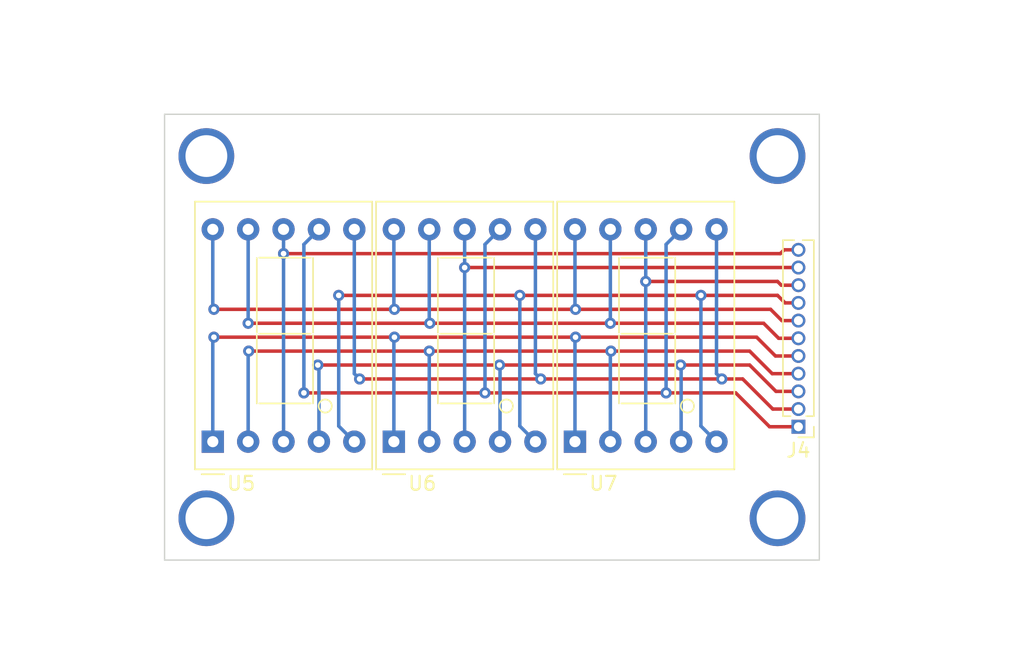
<source format=kicad_pcb>
(kicad_pcb (version 20211014) (generator pcbnew)
  (layers (0 "F.Cu" signal) (31 "B.Cu" signal) (34 "B.Paste" user) (35 "F.Paste" user) (36 "B.SilkS" user "B.Silkscreen") (37 "F.SilkS" user "F.Silkscreen") (38 "B.Mask" user) (39 "F.Mask" user) (44 "Edge.Cuts" user))
  (net 0 "")
  (net 1 "/A")
  (net 2 "/B")
  (net 3 "/C")
  (net 4 "/D")
  (net 5 "/E")
  (net 6 "/F")
  (net 7 "/G")
  (net 8 "/H")
  (net 9 "/Digit1")
  (net 10 "/Digit2")
  (net 11 "/Digit3")
  (footprint "Display_7Segment:D1X8K" (layer "F.Cu") (at 115.96 111.5 90)
    (fp_text reference "U5" (at -3 2.04 180) (layer "F.SilkS"))
    (fp_text value "D148K")
    (fp_line (start 17.23 -1.28) (end 17.23 11.44) (layer "F.SilkS") (width 0.12))
    (fp_line (start 13.1832 3.1594) (end 7.8238 3.1594) (layer "F.SilkS") (width 0.12))
    (fp_line (start 13.2086 3.3372) (end 13.2086 7.0202) (layer "F.SilkS") (width 0.12))
    (fp_line (start -1.99 -1.28) (end -1.99 11.44) (layer "F.SilkS") (width 0.12))
    (fp_line (start 13.1832 7.198) (end 7.8238 7.198) (layer "F.SilkS") (width 0.12))
    (fp_line (start 2.7438 3.3372) (end 2.7438 7.0202) (layer "F.SilkS") (width 0.12))
    (fp_line (start 7.646 7.198) (end 2.7438 7.198) (layer "F.SilkS") (width 0.12))
    (fp_line (start 17.23 -1.28) (end -1.99 -1.28) (layer "F.SilkS") (width 0.12))
    (fp_line (start -2.34 -0.8) (end -2.34 0.81) (layer "F.SilkS") (width 0.12))
    (fp_line (start 17.23 11.44) (end -1.99 11.44) (layer "F.SilkS") (width 0.12))
    (fp_line (start 7.7476 3.3372) (end 7.7476 7.0202) (layer "F.SilkS") (width 0.12))
    (fp_line (start 7.646 3.1594) (end 2.7438 3.1594) (layer "F.SilkS") (width 0.12))
    (fp_circle (center 2.557533 8.07) (end 2.836933 7.689) (layer "F.SilkS") (width 0.12) (fill none))
    (pad "1" thru_hole rect (at 0 0) (size 1.6 1.6) (drill 0.8) (layers *.Cu *.Mask) (net 5 "/E"))
    (pad "2" thru_hole circle (at 0 2.54) (size 1.6 1.6) (drill 0.8) (layers *.Cu *.Mask) (net 4 "/D"))
    (pad "3" thru_hole circle (at 0 5.08) (size 1.6 1.6) (drill 0.8) (layers *.Cu *.Mask) (net 9 "/Digit1"))
    (pad "4" thru_hole circle (at 0 7.62) (size 1.6 1.6) (drill 0.8) (layers *.Cu *.Mask) (net 3 "/C"))
    (pad "5" thru_hole circle (at 0 10.16) (size 1.6 1.6) (drill 0.8) (layers *.Cu *.Mask) (net 8 "/H"))
    (pad "6" thru_hole circle (at 15.24 10.16) (size 1.6 1.6) (drill 0.8) (layers *.Cu *.Mask) (net 2 "/B"))
    (pad "7" thru_hole circle (at 15.24 7.62) (size 1.6 1.6) (drill 0.8) (layers *.Cu *.Mask) (net 1 "/A"))
    (pad "8" thru_hole circle (at 15.24 5.08) (size 1.6 1.6) (drill 0.8) (layers *.Cu *.Mask) (net 9 "/Digit1"))
    (pad "9" thru_hole circle (at 15.24 2.54) (size 1.6 1.6) (drill 0.8) (layers *.Cu *.Mask) (net 6 "/F"))
    (pad "10" thru_hole circle (at 15.24 0) (size 1.6 1.6) (drill 0.8) (layers *.Cu *.Mask) (net 7 "/G"))
  )
  (footprint "Display_7Segment:D1X8K" (layer "F.Cu") (at 141.96 111.5 90)
    (fp_text reference "U7" (at -3 2.04 180) (layer "F.SilkS"))
    (fp_text value "D148K")
    (fp_line (start 17.23 11.44) (end -1.99 11.44) (layer "F.SilkS") (width 0.12))
    (fp_line (start 17.23 -1.28) (end -1.99 -1.28) (layer "F.SilkS") (width 0.12))
    (fp_line (start 2.7438 3.3372) (end 2.7438 7.0202) (layer "F.SilkS") (width 0.12))
    (fp_line (start 13.1832 7.198) (end 7.8238 7.198) (layer "F.SilkS") (width 0.12))
    (fp_line (start 7.7476 3.3372) (end 7.7476 7.0202) (layer "F.SilkS") (width 0.12))
    (fp_line (start 13.1832 3.1594) (end 7.8238 3.1594) (layer "F.SilkS") (width 0.12))
    (fp_line (start -1.99 -1.28) (end -1.99 11.44) (layer "F.SilkS") (width 0.12))
    (fp_line (start 13.2086 3.3372) (end 13.2086 7.0202) (layer "F.SilkS") (width 0.12))
    (fp_line (start 17.23 -1.28) (end 17.23 11.44) (layer "F.SilkS") (width 0.12))
    (fp_line (start 7.646 3.1594) (end 2.7438 3.1594) (layer "F.SilkS") (width 0.12))
    (fp_line (start -2.34 -0.8) (end -2.34 0.81) (layer "F.SilkS") (width 0.12))
    (fp_line (start 7.646 7.198) (end 2.7438 7.198) (layer "F.SilkS") (width 0.12))
    (fp_circle (center 2.557533 8.07) (end 2.836933 7.689) (layer "F.SilkS") (width 0.12) (fill none))
    (pad "1" thru_hole rect (at 0 0) (size 1.6 1.6) (drill 0.8) (layers *.Cu *.Mask) (net 5 "/E"))
    (pad "2" thru_hole circle (at 0 2.54) (size 1.6 1.6) (drill 0.8) (layers *.Cu *.Mask) (net 4 "/D"))
    (pad "3" thru_hole circle (at 0 5.08) (size 1.6 1.6) (drill 0.8) (layers *.Cu *.Mask) (net 11 "/Digit3"))
    (pad "4" thru_hole circle (at 0 7.62) (size 1.6 1.6) (drill 0.8) (layers *.Cu *.Mask) (net 3 "/C"))
    (pad "5" thru_hole circle (at 0 10.16) (size 1.6 1.6) (drill 0.8) (layers *.Cu *.Mask) (net 8 "/H"))
    (pad "6" thru_hole circle (at 15.24 10.16) (size 1.6 1.6) (drill 0.8) (layers *.Cu *.Mask) (net 2 "/B"))
    (pad "7" thru_hole circle (at 15.24 7.62) (size 1.6 1.6) (drill 0.8) (layers *.Cu *.Mask) (net 1 "/A"))
    (pad "8" thru_hole circle (at 15.24 5.08) (size 1.6 1.6) (drill 0.8) (layers *.Cu *.Mask) (net 11 "/Digit3"))
    (pad "9" thru_hole circle (at 15.24 2.54) (size 1.6 1.6) (drill 0.8) (layers *.Cu *.Mask) (net 6 "/F"))
    (pad "10" thru_hole circle (at 15.24 0) (size 1.6 1.6) (drill 0.8) (layers *.Cu *.Mask) (net 7 "/G"))
  )
  (footprint "Connector_PinHeader_1.27mm:PinHeader_1x11_P1.27mm_Vertical" (layer "F.Cu") (at 158 110.43 180)
    (fp_text reference "J4" (at 0 -1.695) (layer "F.SilkS"))
    (fp_text value "Conn_01x11_Female")
    (fp_line (start -1.11 0.76) (end -0.563471 0.76) (layer "F.SilkS") (width 0.12))
    (fp_line (start 0.563471 0.76) (end 1.11 0.76) (layer "F.SilkS") (width 0.12))
    (fp_line (start -1.11 0.76) (end -1.11 13.395) (layer "F.SilkS") (width 0.12))
    (fp_line (start -1.11 13.395) (end -0.30753 13.395) (layer "F.SilkS") (width 0.12))
    (fp_line (start 0.30753 13.395) (end 1.11 13.395) (layer "F.SilkS") (width 0.12))
    (fp_line (start -1.11 -0.76) (end 0 -0.76) (layer "F.SilkS") (width 0.12))
    (fp_line (start -1.11 0) (end -1.11 -0.76) (layer "F.SilkS") (width 0.12))
    (fp_line (start 1.11 0.76) (end 1.11 13.395) (layer "F.SilkS") (width 0.12))
    (pad "1" thru_hole rect (at 0 0 180) (size 1 1) (drill 0.65) (layers *.Cu *.Mask) (net 1 "/A"))
    (pad "2" thru_hole oval (at 0 1.27 180) (size 1 1) (drill 0.65) (layers *.Cu *.Mask) (net 2 "/B"))
    (pad "3" thru_hole oval (at 0 2.54 180) (size 1 1) (drill 0.65) (layers *.Cu *.Mask) (net 3 "/C"))
    (pad "4" thru_hole oval (at 0 3.81 180) (size 1 1) (drill 0.65) (layers *.Cu *.Mask) (net 4 "/D"))
    (pad "5" thru_hole oval (at 0 5.08 180) (size 1 1) (drill 0.65) (layers *.Cu *.Mask) (net 5 "/E"))
    (pad "6" thru_hole oval (at 0 6.35 180) (size 1 1) (drill 0.65) (layers *.Cu *.Mask) (net 6 "/F"))
    (pad "7" thru_hole oval (at 0 7.62 180) (size 1 1) (drill 0.65) (layers *.Cu *.Mask) (net 7 "/G"))
    (pad "8" thru_hole oval (at 0 8.89 180) (size 1 1) (drill 0.65) (layers *.Cu *.Mask) (net 8 "/H"))
    (pad "9" thru_hole oval (at 0 10.16 180) (size 1 1) (drill 0.65) (layers *.Cu *.Mask) (net 11 "/Digit3"))
    (pad "10" thru_hole oval (at 0 11.43 180) (size 1 1) (drill 0.65) (layers *.Cu *.Mask) (net 10 "/Digit2"))
    (pad "11" thru_hole oval (at 0 12.7 180) (size 1 1) (drill 0.65) (layers *.Cu *.Mask) (net 9 "/Digit1"))
  )
  (footprint "Display_7Segment:D1X8K" (layer "F.Cu") (at 128.96 111.5 90)
    (fp_text reference "U6" (at -3 2.04 180) (layer "F.SilkS"))
    (fp_text value "D148K")
    (fp_line (start 13.1832 7.198) (end 7.8238 7.198) (layer "F.SilkS") (width 0.12))
    (fp_line (start 2.7438 3.3372) (end 2.7438 7.0202) (layer "F.SilkS") (width 0.12))
    (fp_line (start 13.1832 3.1594) (end 7.8238 3.1594) (layer "F.SilkS") (width 0.12))
    (fp_line (start -2.34 -0.8) (end -2.34 0.81) (layer "F.SilkS") (width 0.12))
    (fp_line (start 7.7476 3.3372) (end 7.7476 7.0202) (layer "F.SilkS") (width 0.12))
    (fp_line (start 17.23 -1.28) (end -1.99 -1.28) (layer "F.SilkS") (width 0.12))
    (fp_line (start 17.23 -1.28) (end 17.23 11.44) (layer "F.SilkS") (width 0.12))
    (fp_line (start -1.99 -1.28) (end -1.99 11.44) (layer "F.SilkS") (width 0.12))
    (fp_line (start 13.2086 3.3372) (end 13.2086 7.0202) (layer "F.SilkS") (width 0.12))
    (fp_line (start 17.23 11.44) (end -1.99 11.44) (layer "F.SilkS") (width 0.12))
    (fp_line (start 7.646 3.1594) (end 2.7438 3.1594) (layer "F.SilkS") (width 0.12))
    (fp_line (start 7.646 7.198) (end 2.7438 7.198) (layer "F.SilkS") (width 0.12))
    (fp_circle (center 2.557533 8.07) (end 2.836933 7.689) (layer "F.SilkS") (width 0.12) (fill none))
    (pad "1" thru_hole rect (at 0 0) (size 1.6 1.6) (drill 0.8) (layers *.Cu *.Mask) (net 5 "/E"))
    (pad "2" thru_hole circle (at 0 2.54) (size 1.6 1.6) (drill 0.8) (layers *.Cu *.Mask) (net 4 "/D"))
    (pad "3" thru_hole circle (at 0 5.08) (size 1.6 1.6) (drill 0.8) (layers *.Cu *.Mask) (net 10 "/Digit2"))
    (pad "4" thru_hole circle (at 0 7.62) (size 1.6 1.6) (drill 0.8) (layers *.Cu *.Mask) (net 3 "/C"))
    (pad "5" thru_hole circle (at 0 10.16) (size 1.6 1.6) (drill 0.8) (layers *.Cu *.Mask) (net 8 "/H"))
    (pad "6" thru_hole circle (at 15.24 10.16) (size 1.6 1.6) (drill 0.8) (layers *.Cu *.Mask) (net 2 "/B"))
    (pad "7" thru_hole circle (at 15.24 7.62) (size 1.6 1.6) (drill 0.8) (layers *.Cu *.Mask) (net 1 "/A"))
    (pad "8" thru_hole circle (at 15.24 5.08) (size 1.6 1.6) (drill 0.8) (layers *.Cu *.Mask) (net 10 "/Digit2"))
    (pad "9" thru_hole circle (at 15.24 2.54) (size 1.6 1.6) (drill 0.8) (layers *.Cu *.Mask) (net 6 "/F"))
    (pad "10" thru_hole circle (at 15.24 0) (size 1.6 1.6) (drill 0.8) (layers *.Cu *.Mask) (net 7 "/G"))
  )
  (gr_line (start 112.5 88) (end 159.5 88) (layer "Edge.Cuts") (width 0.1))
  (gr_line (start 159.5 120) (end 112.5 120) (layer "Edge.Cuts") (width 0.1))
  (gr_line (start 159.5 88) (end 159.5 120) (layer "Edge.Cuts") (width 0.1))
  (gr_line (start 112.5 120) (end 112.5 88) (layer "Edge.Cuts") (width 0.1))
  (via (at 156.5 91) (size 4) (drill 3) (layers "F.Cu" "B.Cu") (net 0))
  (via (at 115.5 91) (size 4) (drill 3) (layers "F.Cu" "B.Cu") (net 0))
  (via (at 156.5 117) (size 4) (drill 3) (layers "F.Cu" "B.Cu") (net 0))
  (via (at 115.5 117) (size 4) (drill 3) (layers "F.Cu" "B.Cu") (net 0))
  (segment (start 153.5 108) (end 155.93 110.43) (width 0.25) (layer "F.Cu") (net 1))
  (segment (start 148.5 108) (end 153.5 108) (width 0.25) (layer "F.Cu") (net 1))
  (segment (start 135.5 108) (end 122.5 108) (width 0.25) (layer "F.Cu") (net 1))
  (segment (start 155.93 110.43) (end 158 110.43) (width 0.25) (layer "F.Cu") (net 1))
  (segment (start 148.5 108) (end 135.5 108) (width 0.25) (layer "F.Cu") (net 1))
  (via (at 122.5 108) (size 0.8) (drill 0.4) (layers "F.Cu" "B.Cu") (net 1))
  (via (at 135.5 108) (size 0.8) (drill 0.4) (layers "F.Cu" "B.Cu") (net 1))
  (via (at 148.5 108) (size 0.8) (drill 0.4) (layers "F.Cu" "B.Cu") (net 1))
  (segment (start 135.5 97.34) (end 136.58 96.26) (width 0.25) (layer "B.Cu") (net 1))
  (segment (start 148.5 97.34) (end 149.58 96.26) (width 0.25) (layer "B.Cu") (net 1))
  (segment (start 135.5 108) (end 135.5 97.34) (width 0.25) (layer "B.Cu") (net 1))
  (segment (start 122.5 108) (end 122.5 97.34) (width 0.25) (layer "B.Cu") (net 1))
  (segment (start 148.5 108) (end 148.5 97.34) (width 0.25) (layer "B.Cu") (net 1))
  (segment (start 122.5 97.34) (end 123.58 96.26) (width 0.25) (layer "B.Cu") (net 1))
  (segment (start 152.5 107) (end 154 107) (width 0.25) (layer "F.Cu") (net 2))
  (segment (start 126.5 107) (end 139.5 107) (width 0.25) (layer "F.Cu") (net 2))
  (segment (start 139.5 107) (end 152.5 107) (width 0.25) (layer "F.Cu") (net 2))
  (segment (start 154 107) (end 156.16 109.16) (width 0.25) (layer "F.Cu") (net 2))
  (segment (start 156.16 109.16) (end 158 109.16) (width 0.25) (layer "F.Cu") (net 2))
  (via (at 126.5 107) (size 0.8) (drill 0.4) (layers "F.Cu" "B.Cu") (net 2))
  (via (at 139.5 107) (size 0.8) (drill 0.4) (layers "F.Cu" "B.Cu") (net 2))
  (via (at 152.5 107) (size 0.8) (drill 0.4) (layers "F.Cu" "B.Cu") (net 2))
  (segment (start 126.12 106.62) (end 126.5 107) (width 0.25) (layer "B.Cu") (net 2))
  (segment (start 152.12 96.26) (end 152.12 106.62) (width 0.25) (layer "B.Cu") (net 2))
  (segment (start 126.12 96.26) (end 126.12 106.62) (width 0.25) (layer "B.Cu") (net 2))
  (segment (start 139.12 96.26) (end 139.12 106.62) (width 0.25) (layer "B.Cu") (net 2))
  (segment (start 139.12 106.62) (end 139.5 107) (width 0.25) (layer "B.Cu") (net 2))
  (segment (start 152.12 106.62) (end 152.5 107) (width 0.25) (layer "B.Cu") (net 2))
  (segment (start 154.5 106) (end 156.39 107.89) (width 0.25) (layer "F.Cu") (net 3))
  (segment (start 149.54 106) (end 154.5 106) (width 0.25) (layer "F.Cu") (net 3))
  (segment (start 156.39 107.89) (end 158 107.89) (width 0.25) (layer "F.Cu") (net 3))
  (segment (start 136.54 106) (end 149.54 106) (width 0.25) (layer "F.Cu") (net 3))
  (segment (start 123.5 106) (end 136.54 106) (width 0.25) (layer "F.Cu") (net 3))
  (via (at 149.54 106) (size 0.8) (drill 0.4) (layers "F.Cu" "B.Cu") (net 3))
  (via (at 123.5 106) (size 0.8) (drill 0.4) (layers "F.Cu" "B.Cu") (net 3))
  (via (at 136.54 106) (size 0.8) (drill 0.4) (layers "F.Cu" "B.Cu") (net 3))
  (segment (start 123.5 106) (end 123.58 106.08) (width 0.25) (layer "B.Cu") (net 3))
  (segment (start 149.58 106.04) (end 149.58 111.5) (width 0.25) (layer "B.Cu") (net 3))
  (segment (start 136.58 106.04) (end 136.58 111.5) (width 0.25) (layer "B.Cu") (net 3))
  (segment (start 123.58 106.08) (end 123.58 111.5) (width 0.25) (layer "B.Cu") (net 3))
  (segment (start 136.54 106) (end 136.58 106.04) (width 0.25) (layer "B.Cu") (net 3))
  (segment (start 149.54 106) (end 149.58 106.04) (width 0.25) (layer "B.Cu") (net 3))
  (segment (start 156.12 106.62) (end 158 106.62) (width 0.25) (layer "F.Cu") (net 4))
  (segment (start 154.5 105) (end 156.12 106.62) (width 0.25) (layer "F.Cu") (net 4))
  (segment (start 131.5 105) (end 118.54 105) (width 0.25) (layer "F.Cu") (net 4))
  (segment (start 144.54 105) (end 131.5 105) (width 0.25) (layer "F.Cu") (net 4))
  (segment (start 144.54 105) (end 154.5 105) (width 0.25) (layer "F.Cu") (net 4))
  (via (at 118.54 105) (size 0.8) (drill 0.4) (layers "F.Cu" "B.Cu") (net 4))
  (via (at 144.54 105) (size 0.8) (drill 0.4) (layers "F.Cu" "B.Cu") (net 4))
  (via (at 131.5 105) (size 0.8) (drill 0.4) (layers "F.Cu" "B.Cu") (net 4))
  (segment (start 131.5 105) (end 131.5 111.5) (width 0.25) (layer "B.Cu") (net 4))
  (segment (start 144.54 105) (end 144.5 105.04) (width 0.25) (layer "B.Cu") (net 4))
  (segment (start 144.5 105.04) (end 144.5 111.5) (width 0.25) (layer "B.Cu") (net 4))
  (segment (start 118.54 105) (end 118.5 105.04) (width 0.25) (layer "B.Cu") (net 4))
  (segment (start 118.5 105.04) (end 118.5 111.5) (width 0.25) (layer "B.Cu") (net 4))
  (segment (start 129 104) (end 116.04 104) (width 0.25) (layer "F.Cu") (net 5))
  (segment (start 142 104) (end 155 104) (width 0.25) (layer "F.Cu") (net 5))
  (segment (start 129 104) (end 142 104) (width 0.25) (layer "F.Cu") (net 5))
  (segment (start 155 104) (end 156.35 105.35) (width 0.25) (layer "F.Cu") (net 5))
  (segment (start 156.35 105.35) (end 158 105.35) (width 0.25) (layer "F.Cu") (net 5))
  (via (at 142 104) (size 0.8) (drill 0.4) (layers "F.Cu" "B.Cu") (net 5))
  (via (at 116.04 104) (size 0.8) (drill 0.4) (layers "F.Cu" "B.Cu") (net 5))
  (via (at 129 104) (size 0.8) (drill 0.4) (layers "F.Cu" "B.Cu") (net 5))
  (segment (start 142 104) (end 141.96 104.04) (width 0.25) (layer "B.Cu") (net 5))
  (segment (start 128.96 104.04) (end 128.96 111.5) (width 0.25) (layer "B.Cu") (net 5))
  (segment (start 129 104) (end 128.96 104.04) (width 0.25) (layer "B.Cu") (net 5))
  (segment (start 116.04 104) (end 115.96 104.08) (width 0.25) (layer "B.Cu") (net 5))
  (segment (start 115.96 104.08) (end 115.96 111.5) (width 0.25) (layer "B.Cu") (net 5))
  (segment (start 141.96 104.04) (end 141.96 111.5) (width 0.25) (layer "B.Cu") (net 5))
  (segment (start 144.5 103) (end 131.54 103) (width 0.25) (layer "F.Cu") (net 6))
  (segment (start 131.54 103) (end 118.5 103) (width 0.25) (layer "F.Cu") (net 6))
  (segment (start 156.58 104.08) (end 158 104.08) (width 0.25) (layer "F.Cu") (net 6))
  (segment (start 144.5 103) (end 155.5 103) (width 0.25) (layer "F.Cu") (net 6))
  (segment (start 155.5 103) (end 156.58 104.08) (width 0.25) (layer "F.Cu") (net 6))
  (via (at 118.5 103) (size 0.8) (drill 0.4) (layers "F.Cu" "B.Cu") (net 6))
  (via (at 144.5 103) (size 0.8) (drill 0.4) (layers "F.Cu" "B.Cu") (net 6))
  (via (at 131.54 103) (size 0.8) (drill 0.4) (layers "F.Cu" "B.Cu") (net 6))
  (segment (start 118.5 103) (end 118.5 96.26) (width 0.25) (layer "B.Cu") (net 6))
  (segment (start 131.5 102.96) (end 131.5 96.26) (width 0.25) (layer "B.Cu") (net 6))
  (segment (start 131.54 103) (end 131.5 102.96) (width 0.25) (layer "B.Cu") (net 6))
  (segment (start 144.5 103) (end 144.5 96.26) (width 0.25) (layer "B.Cu") (net 6))
  (segment (start 129 102) (end 116.04 102) (width 0.25) (layer "F.Cu") (net 7))
  (segment (start 142 102) (end 156 102) (width 0.25) (layer "F.Cu") (net 7))
  (segment (start 156.81 102.81) (end 158 102.81) (width 0.25) (layer "F.Cu") (net 7))
  (segment (start 156 102) (end 156.81 102.81) (width 0.25) (layer "F.Cu") (net 7))
  (segment (start 142 102) (end 129 102) (width 0.25) (layer "F.Cu") (net 7))
  (via (at 142 102) (size 0.8) (drill 0.4) (layers "F.Cu" "B.Cu") (net 7))
  (via (at 129 102) (size 0.8) (drill 0.4) (layers "F.Cu" "B.Cu") (net 7))
  (via (at 116.04 102) (size 0.8) (drill 0.4) (layers "F.Cu" "B.Cu") (net 7))
  (segment (start 116.04 102) (end 115.96 101.92) (width 0.25) (layer "B.Cu") (net 7))
  (segment (start 141.96 101.96) (end 141.96 96.26) (width 0.25) (layer "B.Cu") (net 7))
  (segment (start 142 102) (end 141.96 101.96) (width 0.25) (layer "B.Cu") (net 7))
  (segment (start 128.96 101.96) (end 128.96 96.26) (width 0.25) (layer "B.Cu") (net 7))
  (segment (start 115.96 101.92) (end 115.96 96.26) (width 0.25) (layer "B.Cu") (net 7))
  (segment (start 129 102) (end 128.96 101.96) (width 0.25) (layer "B.Cu") (net 7))
  (segment (start 151 101) (end 156.5 101) (width 0.25) (layer "F.Cu") (net 8))
  (segment (start 157.04 101.54) (end 158 101.54) (width 0.25) (layer "F.Cu") (net 8))
  (segment (start 138 101) (end 125 101) (width 0.25) (layer "F.Cu") (net 8))
  (segment (start 156.5 101) (end 157.04 101.54) (width 0.25) (layer "F.Cu") (net 8))
  (segment (start 151 101) (end 138 101) (width 0.25) (layer "F.Cu") (net 8))
  (via (at 125 101) (size 0.8) (drill 0.4) (layers "F.Cu" "B.Cu") (net 8))
  (via (at 151 101) (size 0.8) (drill 0.4) (layers "F.Cu" "B.Cu") (net 8))
  (via (at 138 101) (size 0.8) (drill 0.4) (layers "F.Cu" "B.Cu") (net 8))
  (segment (start 138 110.38) (end 139.12 111.5) (width 0.25) (layer "B.Cu") (net 8))
  (segment (start 138 101) (end 138 110.38) (width 0.25) (layer "B.Cu") (net 8))
  (segment (start 125 110.38) (end 126.12 111.5) (width 0.25) (layer "B.Cu") (net 8))
  (segment (start 125 101) (end 125 110.38) (width 0.25) (layer "B.Cu") (net 8))
  (segment (start 151 110.38) (end 152.12 111.5) (width 0.25) (layer "B.Cu") (net 8))
  (segment (start 151 101) (end 151 110.38) (width 0.25) (layer "B.Cu") (net 8))
  (segment (start 158 97.73) (end 156.975 97.73) (width 0.25) (layer "F.Cu") (net 9))
  (segment (start 156.975 97.73) (end 156.7025 98.0025) (width 0.25) (layer "F.Cu") (net 9))
  (segment (start 121.04 98.0025) (end 156.7025 98.0025) (width 0.25) (layer "F.Cu") (net 9))
  (via (at 121.04 98.0025) (size 0.8) (drill 0.4) (layers "F.Cu" "B.Cu") (net 9))
  (segment (start 121.04 111.5) (end 121.04 98.0025) (width 0.25) (layer "B.Cu") (net 9))
  (segment (start 121.04 98.0025) (end 121.04 96.26) (width 0.25) (layer "B.Cu") (net 9))
  (segment (start 134.0425 99) (end 134.04 99.0025) (width 0.25) (layer "F.Cu") (net 10))
  (segment (start 158 99) (end 134.0425 99) (width 0.25) (layer "F.Cu") (net 10))
  (via (at 134.04 99.0025) (size 0.8) (drill 0.4) (layers "F.Cu" "B.Cu") (net 10))
  (segment (start 134.04 111.5) (end 134.04 96.26) (width 0.25) (layer "B.Cu") (net 10))
  (segment (start 156.77 100.27) (end 158 100.27) (width 0.25) (layer "F.Cu") (net 11))
  (segment (start 147.04 100) (end 156.5 100) (width 0.25) (layer "F.Cu") (net 11))
  (segment (start 156.5 100) (end 156.77 100.27) (width 0.25) (layer "F.Cu") (net 11))
  (via (at 147.04 100) (size 0.8) (drill 0.4) (layers "F.Cu" "B.Cu") (net 11))
  (segment (start 147.04 100) (end 147.04 111.5) (width 0.25) (layer "B.Cu") (net 11))
  (segment (start 147.04 96.26) (end 147.04 100) (width 0.25) (layer "B.Cu") (net 11))
)
</source>
